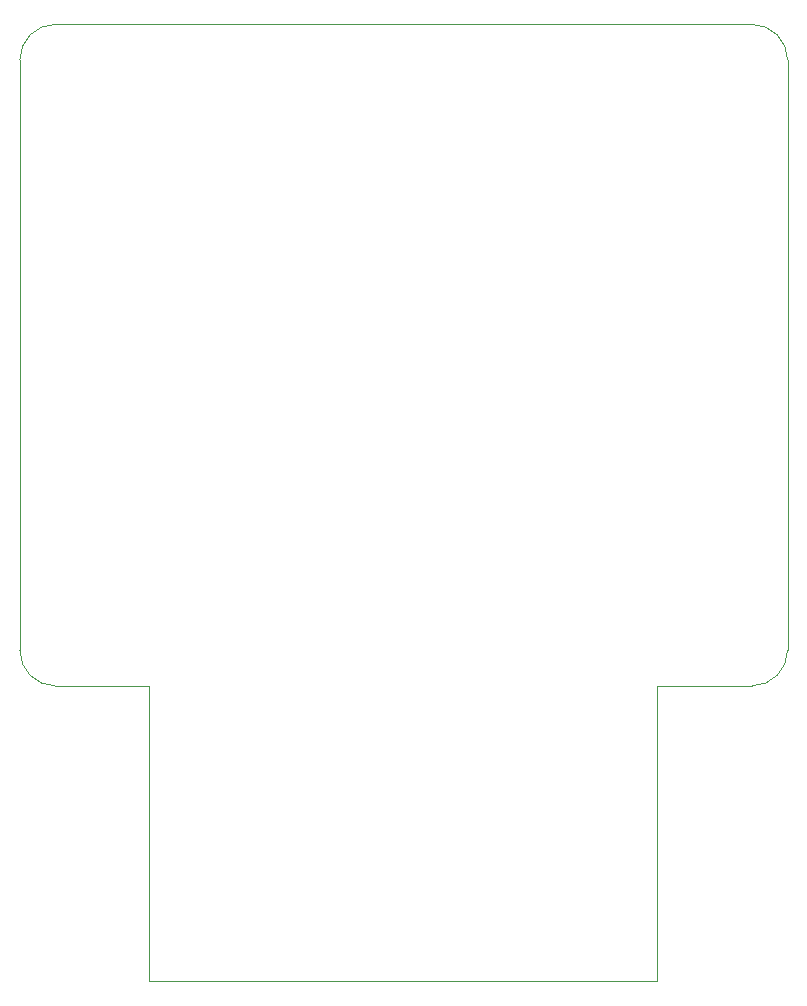
<source format=gbr>
G04 #@! TF.GenerationSoftware,KiCad,Pcbnew,5.0.2-bee76a0~70~ubuntu18.04.1*
G04 #@! TF.CreationDate,2019-08-06T12:18:04+01:00*
G04 #@! TF.ProjectId,LoRa-hat,4c6f5261-2d68-4617-942e-6b696361645f,rev?*
G04 #@! TF.SameCoordinates,Original*
G04 #@! TF.FileFunction,Profile,NP*
%FSLAX46Y46*%
G04 Gerber Fmt 4.6, Leading zero omitted, Abs format (unit mm)*
G04 Created by KiCad (PCBNEW 5.0.2-bee76a0~70~ubuntu18.04.1) date Tue 06 Aug 2019 12:18:04 BST*
%MOMM*%
%LPD*%
G01*
G04 APERTURE LIST*
%ADD10C,0.100000*%
G04 APERTURE END LIST*
D10*
X89500000Y-116820000D02*
X89500000Y-141840000D01*
X132500000Y-141850000D02*
X89500000Y-141840000D01*
X132500000Y-116830000D02*
X132500000Y-141850000D01*
X132500000Y-116830000D02*
X140546356Y-116830000D01*
X81530000Y-116820000D02*
X89500000Y-116820000D01*
X81546356Y-116817611D02*
G75*
G02X78546356Y-113817611I0J3000000D01*
G01*
X143546351Y-113822847D02*
G75*
G02X140546356Y-116817611I-2999995J5236D01*
G01*
X78546356Y-63817611D02*
X78546356Y-113817611D01*
X78546356Y-63817611D02*
G75*
G02X81546356Y-60817611I3000000J0D01*
G01*
X140546356Y-60817611D02*
X81546356Y-60817611D01*
X140546356Y-60817611D02*
G75*
G02X143546356Y-63817611I0J-3000000D01*
G01*
X143546356Y-113817611D02*
X143546356Y-63817611D01*
M02*

</source>
